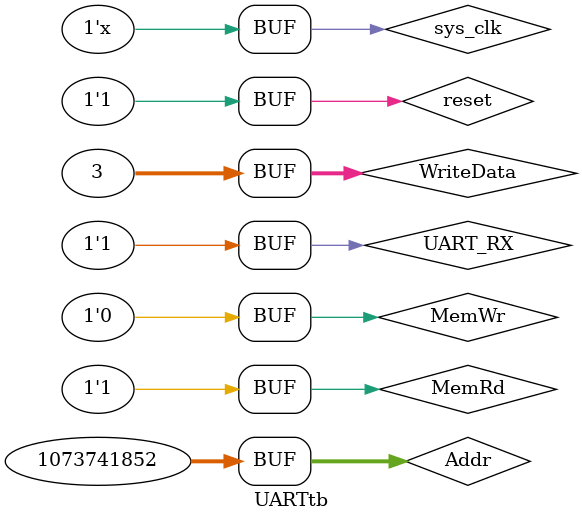
<source format=v>
module UARTtb;
reg sys_clk,reset,UART_RX;
wire UART_TX;
reg MemRd,MemWr;
reg [31:0] WriteData,Addr;
wire [31:0] ReadData;
UART u1(UART_RX,sys_clk,reset,UART_TX,MemRd,MemWr,WriteData,ReadData,Addr);
always #5 sys_clk=~sys_clk;
initial begin
sys_clk=0;
reset=1;
MemRd=0;
MemWr=1;
Addr=32'h40000020;
WriteData=32'b11;
#10 MemRd=1;
MemWr=0;
UART_RX=1;
Addr=32'h4000001C;
#52160 UART_RX=1;
#52160 UART_RX=0;
#52160 UART_RX=1;
#52160 UART_RX=0;
#52160 UART_RX=0;
#52160 UART_RX=0;
#52160 UART_RX=1;
#52160 UART_RX=0;
#52160 UART_RX=0;
#52160 UART_RX=1;
#52160 UART_RX=1;
#52160 UART_RX=1;
#52160 UART_RX=0;
#52160 UART_RX=1;
#52160 UART_RX=0;
#52160 UART_RX=1;
#52160 UART_RX=0;
#52160 UART_RX=1;
#52160 UART_RX=0;
#52160 UART_RX=1;
#52160 UART_RX=0;
#52160 UART_RX=1;
#52160 UART_RX=1;

end
endmodule

</source>
